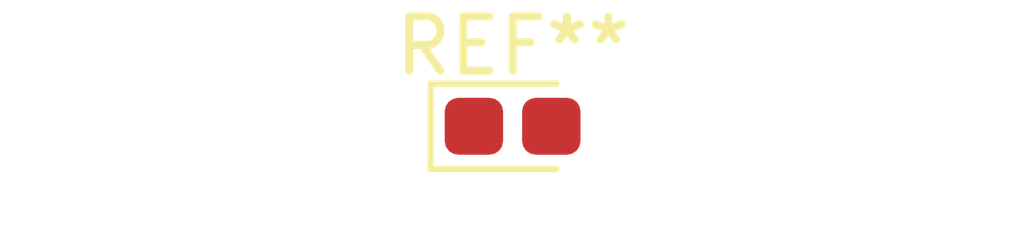
<source format=kicad_pcb>
(kicad_pcb (version 20211014) (generator pcbnew)
  (layers (0 "F.Cu" signal) (31 "B.Cu" signal) (34 "B.Paste" user) (35 "F.Paste" user) (36 "B.SilkS" user "B.Silkscreen") (37 "F.SilkS" user "F.Silkscreen") (38 "B.Mask" user) (39 "F.Mask" user) (44 "Edge.Cuts" user))
  (net 0 "")
  (footprint "Capacitor_Tantalum_SMD:CP_EIA-1608-08_AVX-J" (layer "F.Cu") (at 241.3 55.88)
    (fp_text reference "REF**" (at 0 -1.48) (layer "F.SilkS"))
    (fp_text value "CP_EIA-1608-08_AVX-J")
    (fp_line (start -1.51 0.785) (end 0.8 0.785) (layer "F.SilkS") (width 0.12))
    (fp_line (start 0.8 -0.785) (end -1.51 -0.785) (layer "F.SilkS") (width 0.12))
    (fp_line (start -1.51 -0.785) (end -1.51 0.785) (layer "F.SilkS") (width 0.12))
    (pad "1" smd roundrect (at -0.7125 0) (size 1.075 1.05) (layers "F.Cu" "F.Paste" "F.Mask") (roundrect_rratio 0.238095))
    (pad "2" smd roundrect (at 0.7125 0) (size 1.075 1.05) (layers "F.Cu" "F.Paste" "F.Mask") (roundrect_rratio 0.238095))
  )
)
</source>
